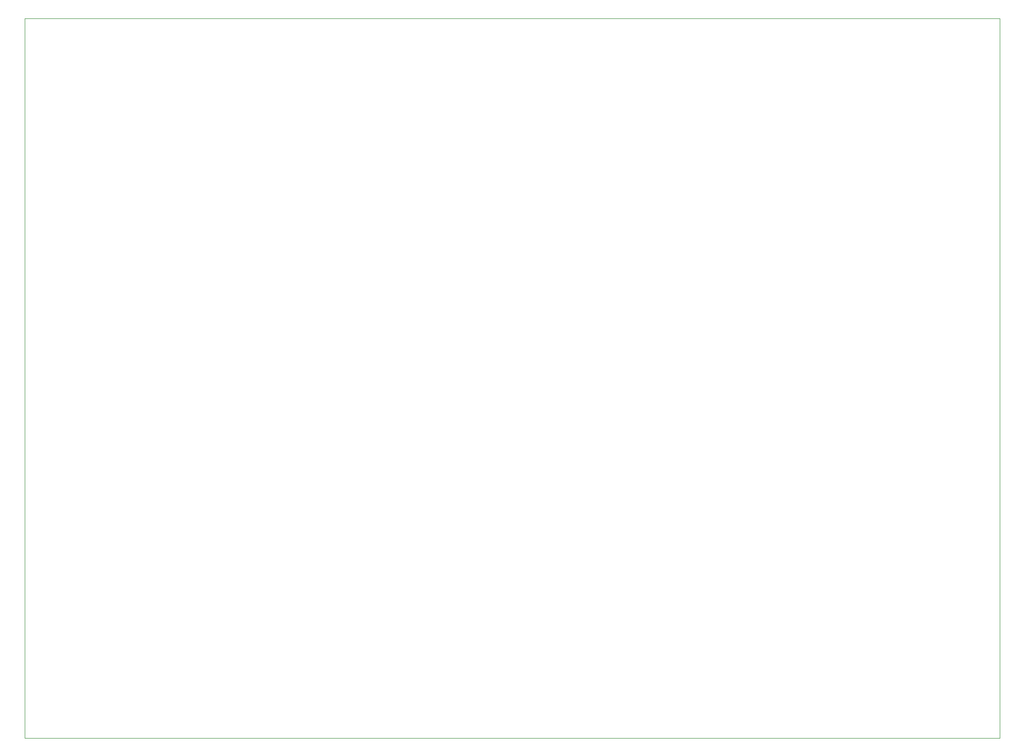
<source format=gbr>
%TF.GenerationSoftware,KiCad,Pcbnew,(5.1.10)-1*%
%TF.CreationDate,2022-02-15T22:07:18+02:00*%
%TF.ProjectId,SEM,53454d2e-6b69-4636-9164-5f7063625858,rev?*%
%TF.SameCoordinates,Original*%
%TF.FileFunction,Profile,NP*%
%FSLAX46Y46*%
G04 Gerber Fmt 4.6, Leading zero omitted, Abs format (unit mm)*
G04 Created by KiCad (PCBNEW (5.1.10)-1) date 2022-02-15 22:07:18*
%MOMM*%
%LPD*%
G01*
G04 APERTURE LIST*
%TA.AperFunction,Profile*%
%ADD10C,0.050000*%
%TD*%
G04 APERTURE END LIST*
D10*
X24765000Y-148590000D02*
X24765000Y-22860000D01*
X24765000Y-22860000D02*
X194945000Y-22860000D01*
X194945000Y-22860000D02*
X194945000Y-148590000D01*
X24765000Y-148590000D02*
X194945000Y-148590000D01*
M02*

</source>
